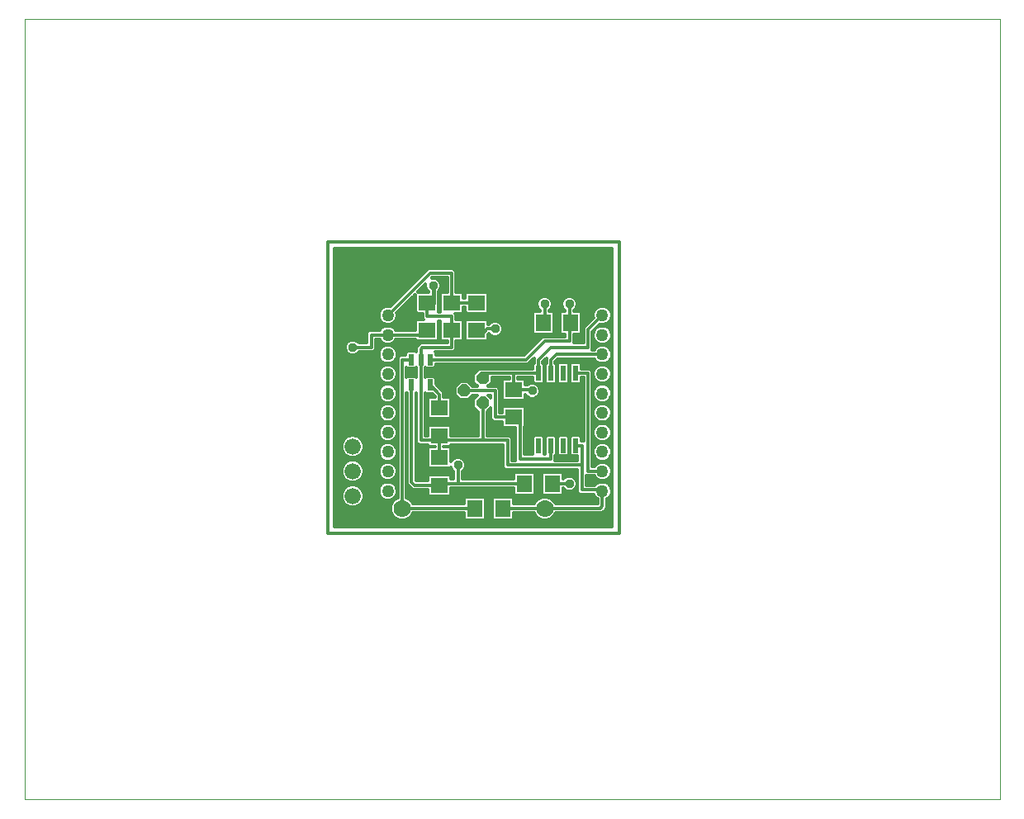
<source format=gtl>
G75*
%MOIN*%
%OFA0B0*%
%FSLAX24Y24*%
%IPPOS*%
%LPD*%
%AMOC8*
5,1,8,0,0,1.08239X$1,22.5*
%
%ADD10C,0.0000*%
%ADD11C,0.0120*%
%ADD12C,0.0500*%
%ADD13R,0.0710X0.0630*%
%ADD14R,0.0217X0.0472*%
%ADD15R,0.0630X0.0710*%
%ADD16OC8,0.0500*%
%ADD17R,0.0210X0.0610*%
%ADD18C,0.0660*%
%ADD19C,0.0700*%
%ADD20C,0.0376*%
%ADD21C,0.0160*%
D10*
X000100Y000100D02*
X000100Y031596D01*
X039470Y031596D01*
X039470Y000100D01*
X000100Y000100D01*
D11*
X012350Y010850D02*
X024100Y010850D01*
X024100Y022600D01*
X012350Y022600D01*
X012350Y010850D01*
X012620Y011120D02*
X012620Y022330D01*
X023830Y022330D01*
X023830Y011120D01*
X012620Y011120D01*
X012620Y011121D02*
X023830Y011121D01*
X023830Y011239D02*
X012620Y011239D01*
X012620Y011358D02*
X023830Y011358D01*
X023830Y011476D02*
X021391Y011476D01*
X021366Y011452D02*
X021498Y011584D01*
X021534Y011670D01*
X023425Y011670D01*
X023505Y011751D01*
X023611Y011856D01*
X023611Y012231D01*
X023640Y012243D01*
X023744Y012347D01*
X023801Y012483D01*
X023801Y012630D01*
X023744Y012766D01*
X023640Y012870D01*
X023504Y012927D01*
X023357Y012927D01*
X023221Y012870D01*
X023131Y012780D01*
X022780Y012780D01*
X022780Y013170D01*
X023102Y013170D01*
X023117Y013135D01*
X022780Y013135D01*
X022780Y013017D02*
X023255Y013017D01*
X023221Y013030D02*
X023357Y012974D01*
X023504Y012974D01*
X023640Y013030D01*
X023744Y013135D01*
X023745Y013135D02*
X023830Y013135D01*
X023744Y013135D02*
X023801Y013270D01*
X023801Y013418D01*
X023744Y013554D01*
X023640Y013658D01*
X023504Y013714D01*
X023357Y013714D01*
X023221Y013658D01*
X023117Y013554D01*
X023107Y013530D01*
X023030Y013530D01*
X023030Y017385D01*
X022925Y017490D01*
X022575Y017490D01*
X022575Y017665D01*
X022505Y017735D01*
X022195Y017735D01*
X022125Y017665D01*
X022125Y016955D01*
X022195Y016885D01*
X022505Y016885D01*
X022575Y016955D01*
X022575Y017130D01*
X022670Y017130D01*
X022670Y014570D01*
X022575Y014570D01*
X022575Y014745D01*
X022505Y014815D01*
X022195Y014815D01*
X022125Y014745D01*
X022125Y014035D01*
X022195Y013965D01*
X022420Y013965D01*
X022420Y013780D01*
X021530Y013780D01*
X021530Y013990D01*
X021575Y014035D01*
X021575Y014745D01*
X021505Y014815D01*
X021195Y014815D01*
X021125Y014745D01*
X021125Y014035D01*
X021130Y014030D01*
X021070Y014030D01*
X021075Y014035D01*
X021075Y014745D01*
X021005Y014815D01*
X020695Y014815D01*
X020625Y014745D01*
X020625Y014035D01*
X020630Y014030D01*
X020280Y014030D01*
X020280Y015131D01*
X020325Y015175D01*
X020325Y015905D01*
X020255Y015975D01*
X019445Y015975D01*
X019375Y015905D01*
X019375Y015720D01*
X019280Y015720D01*
X019280Y016675D01*
X019175Y016780D01*
X018803Y016780D01*
X018970Y016947D01*
X018970Y017130D01*
X019670Y017130D01*
X019670Y017095D01*
X019445Y017095D01*
X019375Y017025D01*
X019375Y016295D01*
X019445Y016225D01*
X020255Y016225D01*
X020325Y016295D01*
X020325Y016459D01*
X020339Y016425D01*
X020425Y016339D01*
X020539Y016292D01*
X020661Y016292D01*
X020775Y016339D01*
X020861Y016425D01*
X020908Y016539D01*
X020908Y016661D01*
X020861Y016775D01*
X020775Y016861D01*
X020717Y016885D01*
X021005Y016885D01*
X021075Y016955D01*
X021075Y017665D01*
X021030Y017710D01*
X021030Y017775D01*
X021170Y017915D01*
X021170Y017710D01*
X021125Y017665D01*
X021125Y016955D01*
X021195Y016885D01*
X021505Y016885D01*
X021575Y016955D01*
X021575Y017665D01*
X021530Y017710D01*
X021530Y017775D01*
X021643Y017889D01*
X023105Y017889D01*
X023117Y017859D01*
X023221Y017755D01*
X023357Y017699D01*
X023504Y017699D01*
X023640Y017755D01*
X023744Y017859D01*
X023801Y017995D01*
X023801Y018142D01*
X023744Y018278D01*
X023640Y018382D01*
X023504Y018439D01*
X023357Y018439D01*
X023221Y018382D01*
X023117Y018278D01*
X023105Y018249D01*
X023003Y018249D01*
X023030Y018275D01*
X023030Y018988D01*
X023328Y019286D01*
X023357Y019273D01*
X023504Y019273D01*
X023640Y019330D01*
X023744Y019434D01*
X023801Y019570D01*
X023801Y019717D01*
X023744Y019853D01*
X023640Y019957D01*
X023504Y020013D01*
X023357Y020013D01*
X023221Y019957D01*
X023117Y019853D01*
X023061Y019717D01*
X023061Y019570D01*
X023073Y019540D01*
X022775Y019243D01*
X022670Y019137D01*
X022670Y018530D01*
X022280Y018530D01*
X022280Y018875D01*
X022525Y018875D01*
X022595Y018945D01*
X022595Y019755D01*
X022525Y019825D01*
X022280Y019825D01*
X022280Y019844D01*
X022361Y019925D01*
X022408Y020039D01*
X022408Y020161D01*
X022361Y020275D01*
X022275Y020361D01*
X022161Y020408D01*
X022039Y020408D01*
X021925Y020361D01*
X021839Y020275D01*
X021792Y020161D01*
X021792Y020039D01*
X021839Y019925D01*
X021920Y019844D01*
X021920Y019825D01*
X021795Y019825D01*
X021725Y019755D01*
X021725Y018945D01*
X021795Y018875D01*
X021920Y018875D01*
X021920Y018780D01*
X021025Y018780D01*
X020287Y018042D01*
X016702Y018042D01*
X016702Y018148D01*
X016680Y018170D01*
X017425Y018170D01*
X017530Y018275D01*
X017530Y018605D01*
X017755Y018605D01*
X017825Y018675D01*
X017825Y019405D01*
X017755Y019475D01*
X017530Y019475D01*
X017530Y019675D01*
X017480Y019725D01*
X017755Y019725D01*
X017825Y019795D01*
X017825Y019980D01*
X017875Y019980D01*
X017875Y019795D01*
X017945Y019725D01*
X018755Y019725D01*
X018825Y019795D01*
X018825Y020525D01*
X018755Y020595D01*
X017945Y020595D01*
X017875Y020525D01*
X017875Y020340D01*
X017825Y020340D01*
X017825Y020525D01*
X017755Y020595D01*
X017530Y020595D01*
X017530Y021425D01*
X017425Y021530D01*
X016401Y021530D01*
X016296Y021425D01*
X014872Y020001D01*
X014843Y020013D01*
X014696Y020013D01*
X014560Y019957D01*
X014456Y019853D01*
X014399Y019717D01*
X014399Y019570D01*
X014456Y019434D01*
X014560Y019330D01*
X014696Y019273D01*
X014843Y019273D01*
X014979Y019330D01*
X015083Y019434D01*
X015139Y019570D01*
X015139Y019717D01*
X015127Y019746D01*
X015875Y020495D01*
X015875Y019795D01*
X015945Y019725D01*
X016170Y019725D01*
X016170Y019525D01*
X016220Y019475D01*
X015945Y019475D01*
X015875Y019405D01*
X015875Y019030D01*
X015098Y019030D01*
X015083Y019065D01*
X014979Y019170D01*
X014843Y019226D01*
X014696Y019226D01*
X014560Y019170D01*
X014456Y019065D01*
X014443Y019036D01*
X014025Y019036D01*
X013920Y018930D01*
X013920Y018530D01*
X013606Y018530D01*
X013525Y018611D01*
X013411Y018658D01*
X013289Y018658D01*
X013175Y018611D01*
X013089Y018525D01*
X013042Y018411D01*
X013042Y018289D01*
X013089Y018175D01*
X013175Y018089D01*
X013289Y018042D01*
X013411Y018042D01*
X013525Y018089D01*
X013606Y018170D01*
X014175Y018170D01*
X014280Y018275D01*
X014280Y018676D01*
X014443Y018676D01*
X014456Y018646D01*
X014560Y018542D01*
X014696Y018486D01*
X014843Y018486D01*
X014979Y018542D01*
X015083Y018646D01*
X015092Y018668D01*
X015096Y018668D01*
X015097Y018670D01*
X015881Y018670D01*
X015945Y018605D01*
X016755Y018605D01*
X016825Y018675D01*
X016825Y019405D01*
X016810Y019420D01*
X016890Y019420D01*
X016875Y019405D01*
X016875Y018675D01*
X016945Y018605D01*
X017170Y018605D01*
X017170Y018530D01*
X016085Y018530D01*
X015980Y018425D01*
X015920Y018365D01*
X015920Y018196D01*
X015913Y018189D01*
X015884Y018218D01*
X015568Y018218D01*
X015498Y018148D01*
X015498Y018042D01*
X015275Y018042D01*
X015170Y017936D01*
X015170Y012284D01*
X015084Y012248D01*
X014952Y012116D01*
X014880Y011943D01*
X014880Y011757D01*
X014952Y011584D01*
X015084Y011452D01*
X015257Y011380D01*
X015443Y011380D01*
X015616Y011452D01*
X015748Y011584D01*
X015784Y011670D01*
X017855Y011670D01*
X017855Y011445D01*
X017925Y011375D01*
X018655Y011375D01*
X018725Y011445D01*
X018725Y012255D01*
X018655Y012325D01*
X017925Y012325D01*
X017855Y012255D01*
X017855Y012030D01*
X015784Y012030D01*
X015748Y012116D01*
X015616Y012248D01*
X015530Y012284D01*
X015530Y016520D01*
X015546Y016504D01*
X015546Y012840D01*
X015651Y012734D01*
X015651Y012734D01*
X015670Y012716D01*
X015775Y012610D01*
X016375Y012610D01*
X016375Y012425D01*
X016445Y012355D01*
X017255Y012355D01*
X017325Y012425D01*
X017325Y012670D01*
X019855Y012670D01*
X019855Y012445D01*
X019925Y012375D01*
X020655Y012375D01*
X020725Y012445D01*
X020725Y013255D01*
X020655Y013325D01*
X019925Y013325D01*
X019855Y013255D01*
X019855Y013030D01*
X017780Y013030D01*
X017780Y013344D01*
X017861Y013425D01*
X017908Y013539D01*
X017908Y013661D01*
X017861Y013775D01*
X017775Y013861D01*
X017661Y013908D01*
X017539Y013908D01*
X017425Y013861D01*
X017339Y013775D01*
X017325Y013741D01*
X017325Y014275D01*
X017255Y014345D01*
X017030Y014345D01*
X017030Y014355D01*
X017255Y014355D01*
X017319Y014420D01*
X019420Y014420D01*
X019420Y013525D01*
X019525Y013420D01*
X022420Y013420D01*
X022420Y012525D01*
X022525Y012420D01*
X023087Y012420D01*
X023117Y012347D01*
X023221Y012243D01*
X023251Y012231D01*
X023251Y012030D01*
X021534Y012030D01*
X021498Y012116D01*
X021366Y012248D01*
X021193Y012320D01*
X021007Y012320D01*
X020834Y012248D01*
X020702Y012116D01*
X020666Y012030D01*
X019845Y012030D01*
X019845Y012255D01*
X019775Y012325D01*
X019045Y012325D01*
X018975Y012255D01*
X018975Y011445D01*
X019045Y011375D01*
X019775Y011375D01*
X019845Y011445D01*
X019845Y011670D01*
X020666Y011670D01*
X020702Y011584D01*
X020834Y011452D01*
X021007Y011380D01*
X021193Y011380D01*
X021366Y011452D01*
X021503Y011595D02*
X023830Y011595D01*
X023830Y011713D02*
X023468Y011713D01*
X023586Y011832D02*
X023830Y011832D01*
X023830Y011950D02*
X023611Y011950D01*
X023611Y012069D02*
X023830Y012069D01*
X023830Y012187D02*
X023611Y012187D01*
X023703Y012306D02*
X023830Y012306D01*
X023830Y012424D02*
X023776Y012424D01*
X023801Y012543D02*
X023830Y012543D01*
X023830Y012661D02*
X023788Y012661D01*
X023830Y012780D02*
X023731Y012780D01*
X023830Y012898D02*
X023574Y012898D01*
X023607Y013017D02*
X023830Y013017D01*
X023830Y013254D02*
X023794Y013254D01*
X023801Y013372D02*
X023830Y013372D01*
X023830Y013491D02*
X023771Y013491D01*
X023830Y013609D02*
X023689Y013609D01*
X023830Y013728D02*
X023030Y013728D01*
X023030Y013846D02*
X023193Y013846D01*
X023221Y013818D02*
X023357Y013761D01*
X023504Y013761D01*
X023640Y013818D01*
X023744Y013922D01*
X023801Y014058D01*
X023801Y014205D01*
X023744Y014341D01*
X023640Y014445D01*
X023504Y014501D01*
X023357Y014501D01*
X023221Y014445D01*
X023117Y014341D01*
X023061Y014205D01*
X023061Y014058D01*
X023117Y013922D01*
X023221Y013818D01*
X023099Y013965D02*
X023030Y013965D01*
X023030Y014083D02*
X023061Y014083D01*
X023061Y014202D02*
X023030Y014202D01*
X023030Y014320D02*
X023108Y014320D01*
X023030Y014439D02*
X023214Y014439D01*
X023221Y014605D02*
X023357Y014549D01*
X023504Y014549D01*
X023640Y014605D01*
X023744Y014709D01*
X023801Y014845D01*
X023801Y014992D01*
X023744Y015128D01*
X023640Y015233D01*
X023504Y015289D01*
X023357Y015289D01*
X023221Y015233D01*
X023117Y015128D01*
X023061Y014992D01*
X023061Y014845D01*
X023117Y014709D01*
X023221Y014605D01*
X023151Y014676D02*
X023030Y014676D01*
X023030Y014794D02*
X023082Y014794D01*
X023061Y014913D02*
X023030Y014913D01*
X023030Y015031D02*
X023077Y015031D01*
X023030Y015150D02*
X023138Y015150D01*
X023030Y015268D02*
X023307Y015268D01*
X023357Y015336D02*
X023221Y015393D01*
X023117Y015497D01*
X023061Y015633D01*
X023061Y015780D01*
X023117Y015916D01*
X023221Y016020D01*
X023357Y016076D01*
X023504Y016076D01*
X023640Y016020D01*
X023744Y015916D01*
X023801Y015780D01*
X023801Y015633D01*
X023744Y015497D01*
X023640Y015393D01*
X023504Y015336D01*
X023357Y015336D01*
X023236Y015387D02*
X023030Y015387D01*
X023030Y015505D02*
X023114Y015505D01*
X023065Y015624D02*
X023030Y015624D01*
X023030Y015742D02*
X023061Y015742D01*
X023030Y015861D02*
X023094Y015861D01*
X023030Y015979D02*
X023180Y015979D01*
X023030Y016098D02*
X023830Y016098D01*
X023830Y016216D02*
X023676Y016216D01*
X023640Y016180D02*
X023744Y016284D01*
X023801Y016420D01*
X023801Y016567D01*
X023744Y016703D01*
X023640Y016807D01*
X023504Y016864D01*
X023357Y016864D01*
X023221Y016807D01*
X023117Y016703D01*
X023061Y016567D01*
X023061Y016420D01*
X023117Y016284D01*
X023221Y016180D01*
X023357Y016124D01*
X023504Y016124D01*
X023640Y016180D01*
X023765Y016335D02*
X023830Y016335D01*
X023830Y016453D02*
X023801Y016453D01*
X023799Y016572D02*
X023830Y016572D01*
X023830Y016690D02*
X023750Y016690D01*
X023830Y016809D02*
X023637Y016809D01*
X023543Y016927D02*
X023830Y016927D01*
X023830Y017046D02*
X023718Y017046D01*
X023744Y017072D02*
X023640Y016967D01*
X023504Y016911D01*
X023357Y016911D01*
X023221Y016967D01*
X023117Y017072D01*
X023061Y017208D01*
X023061Y017355D01*
X023117Y017491D01*
X023221Y017595D01*
X023357Y017651D01*
X023504Y017651D01*
X023640Y017595D01*
X023744Y017491D01*
X023801Y017355D01*
X023801Y017208D01*
X023744Y017072D01*
X023783Y017164D02*
X023830Y017164D01*
X023830Y017283D02*
X023801Y017283D01*
X023782Y017401D02*
X023830Y017401D01*
X023830Y017520D02*
X023716Y017520D01*
X023830Y017638D02*
X023536Y017638D01*
X023642Y017757D02*
X023830Y017757D01*
X023830Y017875D02*
X023751Y017875D01*
X023800Y017994D02*
X023830Y017994D01*
X023830Y018112D02*
X023801Y018112D01*
X023830Y018231D02*
X023764Y018231D01*
X023830Y018349D02*
X023673Y018349D01*
X023640Y018542D02*
X023744Y018646D01*
X023801Y018782D01*
X023801Y018930D01*
X023744Y019065D01*
X023640Y019170D01*
X023504Y019226D01*
X023357Y019226D01*
X023221Y019170D01*
X023117Y019065D01*
X023061Y018930D01*
X023061Y018782D01*
X023117Y018646D01*
X023221Y018542D01*
X023357Y018486D01*
X023504Y018486D01*
X023640Y018542D01*
X023684Y018586D02*
X023830Y018586D01*
X023830Y018468D02*
X023030Y018468D01*
X023030Y018586D02*
X023177Y018586D01*
X023093Y018705D02*
X023030Y018705D01*
X023030Y018823D02*
X023061Y018823D01*
X023066Y018942D02*
X023030Y018942D01*
X023102Y019060D02*
X023115Y019060D01*
X023220Y019179D02*
X023243Y019179D01*
X023562Y019297D02*
X023830Y019297D01*
X023830Y019179D02*
X023619Y019179D01*
X023747Y019060D02*
X023830Y019060D01*
X023830Y018942D02*
X023796Y018942D01*
X023801Y018823D02*
X023830Y018823D01*
X023830Y018705D02*
X023768Y018705D01*
X023188Y018349D02*
X023030Y018349D01*
X022850Y018350D02*
X021350Y018350D01*
X020850Y017850D01*
X020850Y017310D01*
X018600Y017310D01*
X018600Y017100D01*
X018810Y017310D02*
X019850Y017310D01*
X019850Y016660D01*
X020600Y016660D01*
X020600Y016600D01*
X020827Y016809D02*
X022670Y016809D01*
X022670Y016927D02*
X022547Y016927D01*
X022575Y017046D02*
X022670Y017046D01*
X022850Y017310D02*
X022350Y017310D01*
X022125Y017283D02*
X022075Y017283D01*
X022075Y017401D02*
X022125Y017401D01*
X022125Y017520D02*
X022075Y017520D01*
X022075Y017638D02*
X022125Y017638D01*
X022075Y017665D02*
X022005Y017735D01*
X021695Y017735D01*
X021625Y017665D01*
X021625Y016955D01*
X021695Y016885D01*
X022005Y016885D01*
X022075Y016955D01*
X022075Y017665D01*
X021625Y017638D02*
X021575Y017638D01*
X021575Y017520D02*
X021625Y017520D01*
X021625Y017401D02*
X021575Y017401D01*
X021575Y017283D02*
X021625Y017283D01*
X021625Y017164D02*
X021575Y017164D01*
X021575Y017046D02*
X021625Y017046D01*
X021653Y016927D02*
X021547Y016927D01*
X021153Y016927D02*
X021047Y016927D01*
X021075Y017046D02*
X021125Y017046D01*
X021125Y017164D02*
X021075Y017164D01*
X021075Y017283D02*
X021125Y017283D01*
X021125Y017401D02*
X021075Y017401D01*
X021075Y017520D02*
X021125Y017520D01*
X021125Y017638D02*
X021075Y017638D01*
X021030Y017757D02*
X021170Y017757D01*
X021170Y017875D02*
X021130Y017875D01*
X021350Y017850D02*
X021569Y018069D01*
X023431Y018069D01*
X023431Y018100D01*
X023110Y017875D02*
X021630Y017875D01*
X021530Y017757D02*
X023219Y017757D01*
X023326Y017638D02*
X022575Y017638D01*
X022575Y017520D02*
X023146Y017520D01*
X023080Y017401D02*
X023014Y017401D01*
X023030Y017283D02*
X023061Y017283D01*
X023079Y017164D02*
X023030Y017164D01*
X023030Y017046D02*
X023143Y017046D01*
X023030Y016927D02*
X023319Y016927D01*
X023224Y016809D02*
X023030Y016809D01*
X023030Y016690D02*
X023112Y016690D01*
X023062Y016572D02*
X023030Y016572D01*
X023030Y016453D02*
X023061Y016453D01*
X023030Y016335D02*
X023096Y016335D01*
X023030Y016216D02*
X023185Y016216D01*
X022670Y016216D02*
X019280Y016216D01*
X019280Y016098D02*
X022670Y016098D01*
X022670Y015979D02*
X019280Y015979D01*
X019280Y015861D02*
X019375Y015861D01*
X019375Y015742D02*
X019280Y015742D01*
X019100Y015540D02*
X019850Y015540D01*
X020100Y015540D01*
X020100Y013850D01*
X021350Y013850D01*
X021350Y014390D01*
X021575Y014439D02*
X021625Y014439D01*
X021625Y014557D02*
X021575Y014557D01*
X021575Y014676D02*
X021625Y014676D01*
X021625Y014745D02*
X021625Y014035D01*
X021695Y013965D01*
X022005Y013965D01*
X022075Y014035D01*
X022075Y014745D01*
X022005Y014815D01*
X021695Y014815D01*
X021625Y014745D01*
X021674Y014794D02*
X021526Y014794D01*
X021174Y014794D02*
X021026Y014794D01*
X021075Y014676D02*
X021125Y014676D01*
X021125Y014557D02*
X021075Y014557D01*
X021075Y014439D02*
X021125Y014439D01*
X021125Y014320D02*
X021075Y014320D01*
X021075Y014202D02*
X021125Y014202D01*
X021125Y014083D02*
X021075Y014083D01*
X020625Y014083D02*
X020280Y014083D01*
X020280Y014202D02*
X020625Y014202D01*
X020625Y014320D02*
X020280Y014320D01*
X020280Y014439D02*
X020625Y014439D01*
X020625Y014557D02*
X020280Y014557D01*
X020280Y014676D02*
X020625Y014676D01*
X020674Y014794D02*
X020280Y014794D01*
X020280Y014913D02*
X022670Y014913D01*
X022670Y015031D02*
X020280Y015031D01*
X020299Y015150D02*
X022670Y015150D01*
X022670Y015268D02*
X020325Y015268D01*
X020325Y015387D02*
X022670Y015387D01*
X022670Y015505D02*
X020325Y015505D01*
X020325Y015624D02*
X022670Y015624D01*
X022670Y015742D02*
X020325Y015742D01*
X020325Y015861D02*
X022670Y015861D01*
X022670Y016335D02*
X020764Y016335D01*
X020873Y016453D02*
X022670Y016453D01*
X022670Y016572D02*
X020908Y016572D01*
X020896Y016690D02*
X022670Y016690D01*
X022153Y016927D02*
X022047Y016927D01*
X022075Y017046D02*
X022125Y017046D01*
X022125Y017164D02*
X022075Y017164D01*
X021350Y017310D02*
X021350Y017850D01*
X020670Y017875D02*
X020630Y017875D01*
X020670Y017915D02*
X020670Y017710D01*
X020625Y017665D01*
X020625Y017490D01*
X018525Y017490D01*
X018505Y017470D01*
X018447Y017470D01*
X018230Y017253D01*
X018230Y016947D01*
X018397Y016780D01*
X018193Y016780D01*
X018003Y016970D01*
X017697Y016970D01*
X017480Y016753D01*
X017480Y016447D01*
X017697Y016230D01*
X018003Y016230D01*
X018193Y016420D01*
X018397Y016420D01*
X018230Y016253D01*
X018230Y015947D01*
X018420Y015757D01*
X018420Y014780D01*
X017325Y014780D01*
X017325Y015155D01*
X017255Y015225D01*
X016445Y015225D01*
X016375Y015155D01*
X016375Y014780D01*
X016280Y014780D01*
X016280Y016518D01*
X016316Y016482D01*
X016576Y016482D01*
X016670Y016388D01*
X016670Y016345D01*
X016445Y016345D01*
X016375Y016275D01*
X016375Y015545D01*
X016445Y015475D01*
X017255Y015475D01*
X017325Y015545D01*
X017325Y016275D01*
X017255Y016345D01*
X017030Y016345D01*
X017030Y016537D01*
X016925Y016642D01*
X016702Y016864D01*
X016702Y017124D01*
X016632Y017194D01*
X016316Y017194D01*
X016280Y017158D01*
X016280Y017528D01*
X016287Y017535D01*
X016316Y017506D01*
X016632Y017506D01*
X016702Y017576D01*
X016702Y017682D01*
X020264Y017682D01*
X020275Y017670D01*
X020425Y017670D01*
X020530Y017775D01*
X020670Y017915D01*
X020670Y017757D02*
X020511Y017757D01*
X020625Y017638D02*
X016702Y017638D01*
X016646Y017520D02*
X020625Y017520D01*
X020625Y017130D02*
X020625Y016955D01*
X020680Y016900D01*
X020661Y016908D01*
X020539Y016908D01*
X020425Y016861D01*
X020404Y016840D01*
X020325Y016840D01*
X020325Y017025D01*
X020255Y017095D01*
X020030Y017095D01*
X020030Y017130D01*
X020625Y017130D01*
X020625Y017046D02*
X020304Y017046D01*
X020325Y016927D02*
X020653Y016927D01*
X020327Y016453D02*
X020325Y016453D01*
X020325Y016335D02*
X020436Y016335D01*
X019396Y017046D02*
X018970Y017046D01*
X018950Y016927D02*
X019375Y016927D01*
X019375Y016809D02*
X018832Y016809D01*
X019100Y016600D02*
X019100Y015540D01*
X018920Y015505D02*
X018780Y015505D01*
X018780Y015387D02*
X018999Y015387D01*
X019025Y015360D02*
X019375Y015360D01*
X019375Y015175D01*
X019445Y015105D01*
X019920Y015105D01*
X019920Y013780D01*
X019780Y013780D01*
X019780Y014675D01*
X019675Y014780D01*
X018780Y014780D01*
X018780Y015757D01*
X018920Y015897D01*
X018920Y015466D01*
X019025Y015360D01*
X018780Y015268D02*
X019375Y015268D01*
X019401Y015150D02*
X018780Y015150D01*
X018780Y015031D02*
X019920Y015031D01*
X019920Y014913D02*
X018780Y014913D01*
X018780Y014794D02*
X019920Y014794D01*
X019920Y014676D02*
X019779Y014676D01*
X019780Y014557D02*
X019920Y014557D01*
X019920Y014439D02*
X019780Y014439D01*
X019780Y014320D02*
X019920Y014320D01*
X019920Y014202D02*
X019780Y014202D01*
X019780Y014083D02*
X019920Y014083D01*
X019920Y013965D02*
X019780Y013965D01*
X019780Y013846D02*
X019920Y013846D01*
X019600Y013600D02*
X022600Y013600D01*
X022600Y012600D01*
X023431Y012600D01*
X023431Y012557D01*
X023431Y011931D01*
X023350Y011850D01*
X021100Y011850D01*
X019410Y011850D01*
X019845Y012069D02*
X020682Y012069D01*
X020772Y012187D02*
X019845Y012187D01*
X019794Y012306D02*
X020972Y012306D01*
X021045Y012375D02*
X021775Y012375D01*
X021845Y012445D01*
X021845Y012669D01*
X021925Y012589D01*
X022039Y012542D01*
X022161Y012542D01*
X022275Y012589D01*
X022361Y012675D01*
X022408Y012789D01*
X022408Y012911D01*
X022361Y013025D01*
X022275Y013111D01*
X022161Y013158D01*
X022039Y013158D01*
X021925Y013111D01*
X021845Y013031D01*
X021845Y013255D01*
X021775Y013325D01*
X021045Y013325D01*
X020975Y013255D01*
X020975Y012445D01*
X021045Y012375D01*
X020996Y012424D02*
X020704Y012424D01*
X020725Y012543D02*
X020975Y012543D01*
X020975Y012661D02*
X020725Y012661D01*
X020725Y012780D02*
X020975Y012780D01*
X020975Y012898D02*
X020725Y012898D01*
X020725Y013017D02*
X020975Y013017D01*
X020975Y013135D02*
X020725Y013135D01*
X020725Y013254D02*
X020975Y013254D01*
X021410Y012850D02*
X022100Y012850D01*
X021983Y013135D02*
X021845Y013135D01*
X021845Y013254D02*
X022420Y013254D01*
X022420Y013372D02*
X017808Y013372D01*
X017780Y013254D02*
X019855Y013254D01*
X019855Y013135D02*
X017780Y013135D01*
X017600Y012850D02*
X017600Y013600D01*
X017908Y013609D02*
X019420Y013609D01*
X019420Y013728D02*
X017881Y013728D01*
X017790Y013846D02*
X019420Y013846D01*
X019420Y013965D02*
X017325Y013965D01*
X017325Y014083D02*
X019420Y014083D01*
X019420Y014202D02*
X017325Y014202D01*
X017279Y014320D02*
X019420Y014320D01*
X019600Y014600D02*
X019600Y013600D01*
X019455Y013491D02*
X017888Y013491D01*
X017420Y013344D02*
X017420Y013030D01*
X017325Y013030D01*
X017325Y013155D01*
X017255Y013225D01*
X016445Y013225D01*
X016375Y013155D01*
X016375Y012970D01*
X015925Y012970D01*
X015906Y012989D01*
X015906Y016504D01*
X015920Y016518D01*
X015920Y014525D01*
X016025Y014420D01*
X016381Y014420D01*
X016445Y014355D01*
X016670Y014355D01*
X016670Y014345D01*
X016445Y014345D01*
X016375Y014275D01*
X016375Y013545D01*
X016445Y013475D01*
X017255Y013475D01*
X017300Y013520D01*
X017339Y013425D01*
X017420Y013344D01*
X017392Y013372D02*
X015906Y013372D01*
X015906Y013254D02*
X017420Y013254D01*
X017420Y013135D02*
X017325Y013135D01*
X017312Y013491D02*
X017270Y013491D01*
X017325Y013846D02*
X017410Y013846D01*
X016850Y013910D02*
X016850Y014600D01*
X016100Y014600D01*
X016100Y017862D01*
X016100Y018290D01*
X016160Y018350D01*
X017350Y018350D01*
X017350Y019040D01*
X017350Y019600D01*
X016350Y019600D01*
X016350Y020160D01*
X016400Y020595D02*
X015975Y020595D01*
X016292Y020911D01*
X016292Y020789D01*
X016339Y020675D01*
X016400Y020614D01*
X016400Y020595D01*
X016400Y020601D02*
X015981Y020601D01*
X015875Y020482D02*
X015863Y020482D01*
X015875Y020364D02*
X015744Y020364D01*
X015626Y020245D02*
X015875Y020245D01*
X015875Y020127D02*
X015507Y020127D01*
X015389Y020008D02*
X015875Y020008D01*
X015875Y019890D02*
X015270Y019890D01*
X015152Y019771D02*
X015899Y019771D01*
X016170Y019653D02*
X015139Y019653D01*
X015125Y019534D02*
X016170Y019534D01*
X015886Y019416D02*
X015065Y019416D01*
X014900Y019297D02*
X015875Y019297D01*
X015875Y019179D02*
X014957Y019179D01*
X015085Y019060D02*
X015875Y019060D01*
X016350Y019040D02*
X016350Y018850D01*
X015025Y018850D01*
X014769Y018856D01*
X014100Y018856D01*
X014100Y018350D01*
X013350Y018350D01*
X013065Y018468D02*
X012620Y018468D01*
X012620Y018586D02*
X013150Y018586D01*
X013042Y018349D02*
X012620Y018349D01*
X012620Y018231D02*
X013066Y018231D01*
X013152Y018112D02*
X012620Y018112D01*
X012620Y017994D02*
X014400Y017994D01*
X014399Y017995D02*
X014456Y017859D01*
X014560Y017755D01*
X014696Y017699D01*
X014843Y017699D01*
X014979Y017755D01*
X015083Y017859D01*
X015139Y017995D01*
X015139Y018142D01*
X015083Y018278D01*
X014979Y018382D01*
X014843Y018439D01*
X014696Y018439D01*
X014560Y018382D01*
X014456Y018278D01*
X014399Y018142D01*
X014399Y017995D01*
X014399Y018112D02*
X013548Y018112D01*
X013550Y018586D02*
X013920Y018586D01*
X013920Y018705D02*
X012620Y018705D01*
X012620Y018823D02*
X013920Y018823D01*
X013931Y018942D02*
X012620Y018942D01*
X012620Y019060D02*
X014453Y019060D01*
X014581Y019179D02*
X012620Y019179D01*
X012620Y019297D02*
X014638Y019297D01*
X014474Y019416D02*
X012620Y019416D01*
X012620Y019534D02*
X014414Y019534D01*
X014399Y019653D02*
X012620Y019653D01*
X012620Y019771D02*
X014422Y019771D01*
X014492Y019890D02*
X012620Y019890D01*
X012620Y020008D02*
X014683Y020008D01*
X014856Y020008D02*
X014879Y020008D01*
X014998Y020127D02*
X012620Y020127D01*
X012620Y020245D02*
X015116Y020245D01*
X015235Y020364D02*
X012620Y020364D01*
X012620Y020482D02*
X015353Y020482D01*
X015472Y020601D02*
X012620Y020601D01*
X012620Y020719D02*
X015590Y020719D01*
X015709Y020838D02*
X012620Y020838D01*
X012620Y020956D02*
X015827Y020956D01*
X015946Y021075D02*
X012620Y021075D01*
X012620Y021193D02*
X016064Y021193D01*
X016183Y021312D02*
X012620Y021312D01*
X012620Y021430D02*
X016301Y021430D01*
X016476Y021350D02*
X017350Y021350D01*
X017350Y020100D01*
X017350Y020160D02*
X018350Y020160D01*
X018825Y020127D02*
X020792Y020127D01*
X020792Y020161D02*
X020792Y020039D01*
X020839Y019925D01*
X020920Y019844D01*
X020920Y019825D01*
X020675Y019825D01*
X020605Y019755D01*
X020605Y018945D01*
X020675Y018875D01*
X021405Y018875D01*
X021475Y018945D01*
X021475Y019755D01*
X021405Y019825D01*
X021280Y019825D01*
X021280Y019844D01*
X021361Y019925D01*
X021408Y020039D01*
X021408Y020161D01*
X021361Y020275D01*
X021275Y020361D01*
X021161Y020408D01*
X021039Y020408D01*
X020925Y020361D01*
X020839Y020275D01*
X020792Y020161D01*
X020827Y020245D02*
X018825Y020245D01*
X018825Y020364D02*
X020931Y020364D01*
X021100Y020100D02*
X021100Y019410D01*
X021040Y019350D01*
X020605Y019297D02*
X019339Y019297D01*
X019361Y019275D02*
X019275Y019361D01*
X019161Y019408D01*
X019039Y019408D01*
X018925Y019361D01*
X018844Y019280D01*
X018825Y019280D01*
X018825Y019405D01*
X018755Y019475D01*
X017945Y019475D01*
X017875Y019405D01*
X017875Y018675D01*
X017945Y018605D01*
X018755Y018605D01*
X018825Y018675D01*
X018825Y018880D01*
X018854Y018910D01*
X018925Y018839D01*
X019039Y018792D01*
X019161Y018792D01*
X019275Y018839D01*
X019361Y018925D01*
X019408Y019039D01*
X019408Y019161D01*
X019361Y019275D01*
X019401Y019179D02*
X020605Y019179D01*
X020605Y019060D02*
X019408Y019060D01*
X019368Y018942D02*
X020609Y018942D01*
X020950Y018705D02*
X018825Y018705D01*
X018825Y018823D02*
X018964Y018823D01*
X019236Y018823D02*
X021920Y018823D01*
X021729Y018942D02*
X021471Y018942D01*
X021475Y019060D02*
X021725Y019060D01*
X021725Y019179D02*
X021475Y019179D01*
X021475Y019297D02*
X021725Y019297D01*
X021725Y019416D02*
X021475Y019416D01*
X021475Y019534D02*
X021725Y019534D01*
X021725Y019653D02*
X021475Y019653D01*
X021459Y019771D02*
X021741Y019771D01*
X021875Y019890D02*
X021325Y019890D01*
X021395Y020008D02*
X021805Y020008D01*
X021792Y020127D02*
X021408Y020127D01*
X021373Y020245D02*
X021827Y020245D01*
X021931Y020364D02*
X021269Y020364D01*
X020805Y020008D02*
X018825Y020008D01*
X018825Y019890D02*
X020875Y019890D01*
X020622Y019771D02*
X018801Y019771D01*
X018814Y019416D02*
X020605Y019416D01*
X020605Y019534D02*
X017530Y019534D01*
X017530Y019653D02*
X020605Y019653D01*
X022100Y019540D02*
X022100Y018600D01*
X021100Y018600D01*
X020350Y017850D01*
X020338Y017862D01*
X016474Y017862D01*
X016702Y018112D02*
X020357Y018112D01*
X020476Y018231D02*
X017485Y018231D01*
X017530Y018349D02*
X020594Y018349D01*
X020713Y018468D02*
X017530Y018468D01*
X017530Y018586D02*
X020831Y018586D01*
X022100Y019410D02*
X022100Y020100D01*
X022325Y019890D02*
X023154Y019890D01*
X023083Y019771D02*
X022578Y019771D01*
X022595Y019653D02*
X023061Y019653D01*
X023067Y019534D02*
X022595Y019534D01*
X022595Y019416D02*
X022948Y019416D01*
X022830Y019297D02*
X022595Y019297D01*
X022595Y019179D02*
X022711Y019179D01*
X022670Y019060D02*
X022595Y019060D01*
X022591Y018942D02*
X022670Y018942D01*
X022670Y018823D02*
X022280Y018823D01*
X022280Y018705D02*
X022670Y018705D01*
X022670Y018586D02*
X022280Y018586D01*
X022850Y018350D02*
X022850Y019063D01*
X023431Y019643D01*
X023801Y019653D02*
X023830Y019653D01*
X023830Y019771D02*
X023778Y019771D01*
X023830Y019890D02*
X023708Y019890D01*
X023830Y020008D02*
X023517Y020008D01*
X023344Y020008D02*
X022395Y020008D01*
X022408Y020127D02*
X023830Y020127D01*
X023830Y020245D02*
X022373Y020245D01*
X022269Y020364D02*
X023830Y020364D01*
X023830Y020482D02*
X018825Y020482D01*
X017875Y020482D02*
X017825Y020482D01*
X017825Y020364D02*
X017875Y020364D01*
X017530Y020601D02*
X023830Y020601D01*
X023830Y020719D02*
X017530Y020719D01*
X017530Y020838D02*
X023830Y020838D01*
X023830Y020956D02*
X017530Y020956D01*
X017530Y021075D02*
X023830Y021075D01*
X023830Y021193D02*
X017530Y021193D01*
X017530Y021312D02*
X023830Y021312D01*
X023830Y021430D02*
X017525Y021430D01*
X017170Y021170D02*
X017170Y020595D01*
X016945Y020595D01*
X016875Y020525D01*
X016875Y019795D01*
X016890Y019780D01*
X016810Y019780D01*
X016825Y019795D01*
X016825Y020525D01*
X016800Y020549D01*
X016800Y020614D01*
X016861Y020675D01*
X016908Y020789D01*
X016908Y020911D01*
X016861Y021025D01*
X016775Y021111D01*
X016661Y021158D01*
X016539Y021158D01*
X016539Y021158D01*
X016551Y021170D01*
X017170Y021170D01*
X017170Y021075D02*
X016811Y021075D01*
X016890Y020956D02*
X017170Y020956D01*
X017170Y020838D02*
X016908Y020838D01*
X016879Y020719D02*
X017170Y020719D01*
X017170Y020601D02*
X016800Y020601D01*
X016825Y020482D02*
X016875Y020482D01*
X016875Y020364D02*
X016825Y020364D01*
X016825Y020245D02*
X016875Y020245D01*
X016875Y020127D02*
X016825Y020127D01*
X016825Y020008D02*
X016875Y020008D01*
X016875Y019890D02*
X016825Y019890D01*
X016814Y019416D02*
X016886Y019416D01*
X016875Y019297D02*
X016825Y019297D01*
X016825Y019179D02*
X016875Y019179D01*
X016875Y019060D02*
X016825Y019060D01*
X016825Y018942D02*
X016875Y018942D01*
X016875Y018823D02*
X016825Y018823D01*
X016825Y018705D02*
X016875Y018705D01*
X017170Y018586D02*
X015023Y018586D01*
X015012Y018349D02*
X015920Y018349D01*
X015920Y018231D02*
X015103Y018231D01*
X015139Y018112D02*
X015498Y018112D01*
X015350Y017862D02*
X015726Y017862D01*
X015530Y017544D02*
X015568Y017506D01*
X015884Y017506D01*
X015913Y017535D01*
X015920Y017528D01*
X015920Y017158D01*
X015884Y017194D01*
X015568Y017194D01*
X015530Y017156D01*
X015530Y017544D01*
X015530Y017520D02*
X015554Y017520D01*
X015530Y017401D02*
X015920Y017401D01*
X015920Y017283D02*
X015530Y017283D01*
X015530Y017164D02*
X015538Y017164D01*
X015170Y017164D02*
X015121Y017164D01*
X015139Y017208D02*
X015083Y017072D01*
X014979Y016967D01*
X014843Y016911D01*
X014696Y016911D01*
X014560Y016967D01*
X014456Y017072D01*
X014399Y017208D01*
X014399Y017355D01*
X014456Y017491D01*
X014560Y017595D01*
X014696Y017651D01*
X014843Y017651D01*
X014979Y017595D01*
X015083Y017491D01*
X015139Y017355D01*
X015139Y017208D01*
X015139Y017283D02*
X015170Y017283D01*
X015170Y017401D02*
X015120Y017401D01*
X015170Y017520D02*
X015054Y017520D01*
X015170Y017638D02*
X014874Y017638D01*
X014981Y017757D02*
X015170Y017757D01*
X015170Y017875D02*
X015090Y017875D01*
X015139Y017994D02*
X015227Y017994D01*
X015350Y017862D02*
X015350Y011850D01*
X018290Y011850D01*
X018725Y011832D02*
X018975Y011832D01*
X018975Y011950D02*
X018725Y011950D01*
X018725Y012069D02*
X018975Y012069D01*
X018975Y012187D02*
X018725Y012187D01*
X018674Y012306D02*
X019026Y012306D01*
X018975Y011713D02*
X018725Y011713D01*
X018725Y011595D02*
X018975Y011595D01*
X018975Y011476D02*
X018725Y011476D01*
X017855Y011476D02*
X015641Y011476D01*
X015753Y011595D02*
X017855Y011595D01*
X017855Y012069D02*
X015768Y012069D01*
X015678Y012187D02*
X017855Y012187D01*
X017906Y012306D02*
X015530Y012306D01*
X015530Y012424D02*
X016377Y012424D01*
X016375Y012543D02*
X015530Y012543D01*
X015530Y012661D02*
X015725Y012661D01*
X015606Y012780D02*
X015530Y012780D01*
X015530Y012898D02*
X015546Y012898D01*
X015546Y013017D02*
X015530Y013017D01*
X015530Y013135D02*
X015546Y013135D01*
X015546Y013254D02*
X015530Y013254D01*
X015530Y013372D02*
X015546Y013372D01*
X015546Y013491D02*
X015530Y013491D01*
X015530Y013609D02*
X015546Y013609D01*
X015546Y013728D02*
X015530Y013728D01*
X015530Y013846D02*
X015546Y013846D01*
X015546Y013965D02*
X015530Y013965D01*
X015530Y014083D02*
X015546Y014083D01*
X015546Y014202D02*
X015530Y014202D01*
X015530Y014320D02*
X015546Y014320D01*
X015546Y014439D02*
X015530Y014439D01*
X015530Y014557D02*
X015546Y014557D01*
X015546Y014676D02*
X015530Y014676D01*
X015530Y014794D02*
X015546Y014794D01*
X015546Y014913D02*
X015530Y014913D01*
X015530Y015031D02*
X015546Y015031D01*
X015546Y015150D02*
X015530Y015150D01*
X015530Y015268D02*
X015546Y015268D01*
X015546Y015387D02*
X015530Y015387D01*
X015530Y015505D02*
X015546Y015505D01*
X015546Y015624D02*
X015530Y015624D01*
X015530Y015742D02*
X015546Y015742D01*
X015546Y015861D02*
X015530Y015861D01*
X015530Y015979D02*
X015546Y015979D01*
X015546Y016098D02*
X015530Y016098D01*
X015530Y016216D02*
X015546Y016216D01*
X015546Y016335D02*
X015530Y016335D01*
X015530Y016453D02*
X015546Y016453D01*
X015906Y016453D02*
X015920Y016453D01*
X015906Y016335D02*
X015920Y016335D01*
X015906Y016216D02*
X015920Y016216D01*
X015906Y016098D02*
X015920Y016098D01*
X015906Y015979D02*
X015920Y015979D01*
X015906Y015861D02*
X015920Y015861D01*
X015906Y015742D02*
X015920Y015742D01*
X015906Y015624D02*
X015920Y015624D01*
X015906Y015505D02*
X015920Y015505D01*
X015906Y015387D02*
X015920Y015387D01*
X015906Y015268D02*
X015920Y015268D01*
X015906Y015150D02*
X015920Y015150D01*
X015906Y015031D02*
X015920Y015031D01*
X015906Y014913D02*
X015920Y014913D01*
X015906Y014794D02*
X015920Y014794D01*
X015906Y014676D02*
X015920Y014676D01*
X015906Y014557D02*
X015920Y014557D01*
X015906Y014439D02*
X016007Y014439D01*
X015906Y014320D02*
X016421Y014320D01*
X016375Y014202D02*
X015906Y014202D01*
X015906Y014083D02*
X016375Y014083D01*
X016375Y013965D02*
X015906Y013965D01*
X015906Y013846D02*
X016375Y013846D01*
X016375Y013728D02*
X015906Y013728D01*
X015906Y013609D02*
X016375Y013609D01*
X016430Y013491D02*
X015906Y013491D01*
X015906Y013135D02*
X016375Y013135D01*
X016375Y013017D02*
X015906Y013017D01*
X015726Y012914D02*
X015850Y012790D01*
X016850Y012790D01*
X016910Y012850D01*
X017600Y012850D01*
X020290Y012850D01*
X019855Y012661D02*
X017325Y012661D01*
X017325Y012543D02*
X019855Y012543D01*
X019877Y012424D02*
X017323Y012424D01*
X015726Y012914D02*
X015726Y016838D01*
X015914Y017164D02*
X015920Y017164D01*
X015898Y017520D02*
X015920Y017520D01*
X016280Y017520D02*
X016302Y017520D01*
X016280Y017401D02*
X018378Y017401D01*
X018259Y017283D02*
X016280Y017283D01*
X016280Y017164D02*
X016286Y017164D01*
X016474Y016838D02*
X016850Y016462D01*
X016850Y015910D01*
X017325Y015861D02*
X018316Y015861D01*
X018230Y015979D02*
X017325Y015979D01*
X017325Y016098D02*
X018230Y016098D01*
X018230Y016216D02*
X017325Y016216D01*
X017265Y016335D02*
X017592Y016335D01*
X017480Y016453D02*
X017030Y016453D01*
X016995Y016572D02*
X017480Y016572D01*
X017480Y016690D02*
X016877Y016690D01*
X016758Y016809D02*
X017535Y016809D01*
X017654Y016927D02*
X016702Y016927D01*
X016702Y017046D02*
X018230Y017046D01*
X018230Y017164D02*
X016662Y017164D01*
X016605Y016453D02*
X016280Y016453D01*
X016280Y016335D02*
X016435Y016335D01*
X016375Y016216D02*
X016280Y016216D01*
X016280Y016098D02*
X016375Y016098D01*
X016375Y015979D02*
X016280Y015979D01*
X016280Y015861D02*
X016375Y015861D01*
X016375Y015742D02*
X016280Y015742D01*
X016280Y015624D02*
X016375Y015624D01*
X016415Y015505D02*
X016280Y015505D01*
X016280Y015387D02*
X018420Y015387D01*
X018420Y015505D02*
X017285Y015505D01*
X017325Y015624D02*
X018420Y015624D01*
X018420Y015742D02*
X017325Y015742D01*
X017325Y015150D02*
X018420Y015150D01*
X018420Y015268D02*
X016280Y015268D01*
X016280Y015150D02*
X016375Y015150D01*
X016375Y015031D02*
X016280Y015031D01*
X016280Y014913D02*
X016375Y014913D01*
X016375Y014794D02*
X016280Y014794D01*
X017100Y014600D02*
X018600Y014600D01*
X019600Y014600D01*
X018600Y014600D02*
X018600Y016100D01*
X018884Y015861D02*
X018920Y015861D01*
X018920Y015742D02*
X018780Y015742D01*
X018780Y015624D02*
X018920Y015624D01*
X018920Y016303D02*
X018803Y016420D01*
X018920Y016420D01*
X018920Y016303D01*
X018920Y016335D02*
X018889Y016335D01*
X019100Y016600D02*
X017850Y016600D01*
X018108Y016335D02*
X018311Y016335D01*
X018368Y016809D02*
X018165Y016809D01*
X018250Y016927D02*
X018046Y016927D01*
X019265Y016690D02*
X019375Y016690D01*
X019375Y016572D02*
X019280Y016572D01*
X019280Y016453D02*
X019375Y016453D01*
X019375Y016335D02*
X019280Y016335D01*
X018420Y015031D02*
X017325Y015031D01*
X017325Y014913D02*
X018420Y014913D01*
X018420Y014794D02*
X017325Y014794D01*
X015170Y014794D02*
X015118Y014794D01*
X015139Y014845D02*
X015083Y014709D01*
X014979Y014605D01*
X014843Y014549D01*
X014696Y014549D01*
X014560Y014605D01*
X014456Y014709D01*
X014399Y014845D01*
X014399Y014992D01*
X014456Y015128D01*
X014560Y015233D01*
X014696Y015289D01*
X014843Y015289D01*
X014979Y015233D01*
X015083Y015128D01*
X015139Y014992D01*
X015139Y014845D01*
X015139Y014913D02*
X015170Y014913D01*
X015170Y015031D02*
X015123Y015031D01*
X015170Y015150D02*
X015062Y015150D01*
X015170Y015268D02*
X014893Y015268D01*
X014843Y015336D02*
X014979Y015393D01*
X015083Y015497D01*
X015139Y015633D01*
X015139Y015780D01*
X015083Y015916D01*
X014979Y016020D01*
X014843Y016076D01*
X014696Y016076D01*
X014560Y016020D01*
X014456Y015916D01*
X014399Y015780D01*
X014399Y015633D01*
X014456Y015497D01*
X014560Y015393D01*
X014696Y015336D01*
X014843Y015336D01*
X014964Y015387D02*
X015170Y015387D01*
X015170Y015505D02*
X015086Y015505D01*
X015135Y015624D02*
X015170Y015624D01*
X015170Y015742D02*
X015139Y015742D01*
X015170Y015861D02*
X015106Y015861D01*
X015170Y015979D02*
X015020Y015979D01*
X015170Y016098D02*
X012620Y016098D01*
X012620Y016216D02*
X014524Y016216D01*
X014560Y016180D02*
X014696Y016124D01*
X014843Y016124D01*
X014979Y016180D01*
X015083Y016284D01*
X015139Y016420D01*
X015139Y016567D01*
X015083Y016703D01*
X014979Y016807D01*
X014843Y016864D01*
X014696Y016864D01*
X014560Y016807D01*
X014456Y016703D01*
X014399Y016567D01*
X014399Y016420D01*
X014456Y016284D01*
X014560Y016180D01*
X014435Y016335D02*
X012620Y016335D01*
X012620Y016453D02*
X014399Y016453D01*
X014401Y016572D02*
X012620Y016572D01*
X012620Y016690D02*
X014450Y016690D01*
X014563Y016809D02*
X012620Y016809D01*
X012620Y016927D02*
X014657Y016927D01*
X014482Y017046D02*
X012620Y017046D01*
X012620Y017164D02*
X014417Y017164D01*
X014399Y017283D02*
X012620Y017283D01*
X012620Y017401D02*
X014418Y017401D01*
X014484Y017520D02*
X012620Y017520D01*
X012620Y017638D02*
X014664Y017638D01*
X014558Y017757D02*
X012620Y017757D01*
X012620Y017875D02*
X014449Y017875D01*
X014436Y018231D02*
X014235Y018231D01*
X014280Y018349D02*
X014527Y018349D01*
X014516Y018586D02*
X014280Y018586D01*
X014280Y018468D02*
X016023Y018468D01*
X014769Y019643D02*
X016476Y021350D01*
X016292Y020911D02*
X016292Y020911D01*
X016292Y020838D02*
X016218Y020838D01*
X016321Y020719D02*
X016100Y020719D01*
X017801Y019771D02*
X017899Y019771D01*
X017875Y019890D02*
X017825Y019890D01*
X017814Y019416D02*
X017886Y019416D01*
X017875Y019297D02*
X017825Y019297D01*
X017825Y019179D02*
X017875Y019179D01*
X017875Y019060D02*
X017825Y019060D01*
X017825Y018942D02*
X017875Y018942D01*
X017875Y018823D02*
X017825Y018823D01*
X017825Y018705D02*
X017875Y018705D01*
X018350Y019040D02*
X018540Y018850D01*
X018790Y019100D01*
X019100Y019100D01*
X018861Y019297D02*
X018825Y019297D01*
X022100Y019410D02*
X022160Y019350D01*
X022100Y019540D01*
X023726Y019416D02*
X023830Y019416D01*
X023830Y019534D02*
X023786Y019534D01*
X023830Y021549D02*
X012620Y021549D01*
X012620Y021667D02*
X023830Y021667D01*
X023830Y021786D02*
X012620Y021786D01*
X012620Y021904D02*
X023830Y021904D01*
X023830Y022023D02*
X012620Y022023D01*
X012620Y022141D02*
X023830Y022141D01*
X023830Y022260D02*
X012620Y022260D01*
X015057Y017046D02*
X015170Y017046D01*
X015170Y016927D02*
X014881Y016927D01*
X014976Y016809D02*
X015170Y016809D01*
X015170Y016690D02*
X015088Y016690D01*
X015138Y016572D02*
X015170Y016572D01*
X015170Y016453D02*
X015139Y016453D01*
X015170Y016335D02*
X015104Y016335D01*
X015170Y016216D02*
X015015Y016216D01*
X014519Y015979D02*
X012620Y015979D01*
X012620Y015861D02*
X014433Y015861D01*
X014399Y015742D02*
X012620Y015742D01*
X012620Y015624D02*
X014403Y015624D01*
X014452Y015505D02*
X012620Y015505D01*
X012620Y015387D02*
X014574Y015387D01*
X014645Y015268D02*
X012620Y015268D01*
X012620Y015150D02*
X014477Y015150D01*
X014415Y015031D02*
X012620Y015031D01*
X012620Y014913D02*
X014399Y014913D01*
X014421Y014794D02*
X013454Y014794D01*
X013440Y014800D02*
X013605Y014731D01*
X013731Y014605D01*
X013800Y014440D01*
X013800Y014260D01*
X013731Y014095D01*
X013605Y013969D01*
X013440Y013900D01*
X013260Y013900D01*
X013095Y013969D01*
X012969Y014095D01*
X012900Y014260D01*
X012900Y014440D01*
X012969Y014605D01*
X013095Y014731D01*
X013260Y014800D01*
X013440Y014800D01*
X013246Y014794D02*
X012620Y014794D01*
X012620Y014676D02*
X013039Y014676D01*
X012949Y014557D02*
X012620Y014557D01*
X012620Y014439D02*
X012900Y014439D01*
X012900Y014320D02*
X012620Y014320D01*
X012620Y014202D02*
X012924Y014202D01*
X012981Y014083D02*
X012620Y014083D01*
X012620Y013965D02*
X013105Y013965D01*
X013260Y013800D02*
X013095Y013731D01*
X012969Y013605D01*
X012900Y013440D01*
X012900Y013260D01*
X012969Y013095D01*
X013095Y012969D01*
X013260Y012900D01*
X013440Y012900D01*
X013605Y012969D01*
X013731Y013095D01*
X013800Y013260D01*
X013800Y013440D01*
X013731Y013605D01*
X013605Y013731D01*
X013440Y013800D01*
X013260Y013800D01*
X013091Y013728D02*
X012620Y013728D01*
X012620Y013846D02*
X014531Y013846D01*
X014560Y013818D02*
X014696Y013761D01*
X014843Y013761D01*
X014979Y013818D01*
X015083Y013922D01*
X015139Y014058D01*
X015139Y014205D01*
X015083Y014341D01*
X014979Y014445D01*
X014843Y014501D01*
X014696Y014501D01*
X014560Y014445D01*
X014456Y014341D01*
X014399Y014205D01*
X014399Y014058D01*
X014456Y013922D01*
X014560Y013818D01*
X014560Y013658D02*
X014456Y013554D01*
X014399Y013418D01*
X014399Y013270D01*
X014456Y013135D01*
X014455Y013135D02*
X013748Y013135D01*
X013797Y013254D02*
X014406Y013254D01*
X014399Y013372D02*
X013800Y013372D01*
X013779Y013491D02*
X014429Y013491D01*
X014511Y013609D02*
X013727Y013609D01*
X013609Y013728D02*
X015170Y013728D01*
X015170Y013846D02*
X015007Y013846D01*
X015101Y013965D02*
X015170Y013965D01*
X015170Y014083D02*
X015139Y014083D01*
X015139Y014202D02*
X015170Y014202D01*
X015170Y014320D02*
X015092Y014320D01*
X015170Y014439D02*
X014986Y014439D01*
X014863Y014557D02*
X015170Y014557D01*
X015170Y014676D02*
X015049Y014676D01*
X014676Y014557D02*
X013751Y014557D01*
X013800Y014439D02*
X014553Y014439D01*
X014447Y014320D02*
X013800Y014320D01*
X013776Y014202D02*
X014399Y014202D01*
X014399Y014083D02*
X013719Y014083D01*
X013595Y013965D02*
X014438Y013965D01*
X014560Y013658D02*
X014696Y013714D01*
X014843Y013714D01*
X014979Y013658D01*
X015083Y013554D01*
X015139Y013418D01*
X015139Y013270D01*
X015083Y013135D01*
X015170Y013135D01*
X015083Y013135D02*
X014979Y013030D01*
X014843Y012974D01*
X014696Y012974D01*
X014560Y013030D01*
X014456Y013135D01*
X014593Y013017D02*
X013653Y013017D01*
X013489Y012780D02*
X014469Y012780D01*
X014456Y012766D02*
X014399Y012630D01*
X014399Y012483D01*
X014456Y012347D01*
X014560Y012243D01*
X014696Y012187D01*
X014843Y012187D01*
X014979Y012243D01*
X015083Y012347D01*
X015139Y012483D01*
X015139Y012630D01*
X015083Y012766D01*
X014979Y012870D01*
X014843Y012927D01*
X014696Y012927D01*
X014560Y012870D01*
X014456Y012766D01*
X014412Y012661D02*
X013675Y012661D01*
X013731Y012605D02*
X013605Y012731D01*
X013440Y012800D01*
X013260Y012800D01*
X013095Y012731D01*
X012969Y012605D01*
X012900Y012440D01*
X012900Y012260D01*
X012969Y012095D01*
X013095Y011969D01*
X013260Y011900D01*
X013440Y011900D01*
X013605Y011969D01*
X013731Y012095D01*
X013800Y012260D01*
X013800Y012440D01*
X013731Y012605D01*
X013757Y012543D02*
X014399Y012543D01*
X014424Y012424D02*
X013800Y012424D01*
X013800Y012306D02*
X014497Y012306D01*
X014695Y012187D02*
X013770Y012187D01*
X013705Y012069D02*
X014932Y012069D01*
X014883Y011950D02*
X013560Y011950D01*
X013140Y011950D02*
X012620Y011950D01*
X012620Y011832D02*
X014880Y011832D01*
X014898Y011713D02*
X012620Y011713D01*
X012620Y011595D02*
X014947Y011595D01*
X015059Y011476D02*
X012620Y011476D01*
X012620Y012069D02*
X012995Y012069D01*
X012930Y012187D02*
X012620Y012187D01*
X012620Y012306D02*
X012900Y012306D01*
X012900Y012424D02*
X012620Y012424D01*
X012620Y012543D02*
X012943Y012543D01*
X013025Y012661D02*
X012620Y012661D01*
X012620Y012780D02*
X013211Y012780D01*
X013047Y013017D02*
X012620Y013017D01*
X012620Y013135D02*
X012952Y013135D01*
X012903Y013254D02*
X012620Y013254D01*
X012620Y013372D02*
X012900Y013372D01*
X012921Y013491D02*
X012620Y013491D01*
X012620Y013609D02*
X012973Y013609D01*
X012620Y012898D02*
X014626Y012898D01*
X014912Y012898D02*
X015170Y012898D01*
X015170Y012780D02*
X015070Y012780D01*
X015127Y012661D02*
X015170Y012661D01*
X015170Y012543D02*
X015139Y012543D01*
X015115Y012424D02*
X015170Y012424D01*
X015170Y012306D02*
X015041Y012306D01*
X015022Y012187D02*
X014844Y012187D01*
X014945Y013017D02*
X015170Y013017D01*
X015170Y013254D02*
X015132Y013254D01*
X015139Y013372D02*
X015170Y013372D01*
X015170Y013491D02*
X015109Y013491D01*
X015170Y013609D02*
X015028Y013609D01*
X014489Y014676D02*
X013661Y014676D01*
X019845Y011595D02*
X020697Y011595D01*
X020809Y011476D02*
X019845Y011476D01*
X021228Y012306D02*
X023159Y012306D01*
X023251Y012187D02*
X021428Y012187D01*
X021518Y012069D02*
X023251Y012069D01*
X022521Y012424D02*
X021823Y012424D01*
X021845Y012543D02*
X022037Y012543D01*
X022163Y012543D02*
X022420Y012543D01*
X022420Y012661D02*
X022347Y012661D01*
X022404Y012780D02*
X022420Y012780D01*
X022408Y012898D02*
X022420Y012898D01*
X022420Y013017D02*
X022365Y013017D01*
X022420Y013135D02*
X022217Y013135D01*
X022600Y013600D02*
X022600Y014390D01*
X022350Y014390D01*
X022125Y014439D02*
X022075Y014439D01*
X022075Y014557D02*
X022125Y014557D01*
X022125Y014676D02*
X022075Y014676D01*
X022026Y014794D02*
X022174Y014794D01*
X022526Y014794D02*
X022670Y014794D01*
X022670Y014676D02*
X022575Y014676D01*
X023030Y014557D02*
X023337Y014557D01*
X023524Y014557D02*
X023830Y014557D01*
X023830Y014439D02*
X023647Y014439D01*
X023753Y014320D02*
X023830Y014320D01*
X023830Y014202D02*
X023801Y014202D01*
X023801Y014083D02*
X023830Y014083D01*
X023830Y013965D02*
X023762Y013965D01*
X023830Y013846D02*
X023669Y013846D01*
X023172Y013609D02*
X023030Y013609D01*
X022850Y013350D02*
X023431Y013350D01*
X023431Y013344D01*
X023117Y013135D02*
X023221Y013030D01*
X023288Y012898D02*
X022780Y012898D01*
X022850Y013350D02*
X022850Y017310D01*
X023681Y015979D02*
X023830Y015979D01*
X023830Y015861D02*
X023767Y015861D01*
X023801Y015742D02*
X023830Y015742D01*
X023830Y015624D02*
X023797Y015624D01*
X023830Y015505D02*
X023748Y015505D01*
X023830Y015387D02*
X023626Y015387D01*
X023555Y015268D02*
X023830Y015268D01*
X023830Y015150D02*
X023723Y015150D01*
X023785Y015031D02*
X023830Y015031D01*
X023830Y014913D02*
X023801Y014913D01*
X023779Y014794D02*
X023830Y014794D01*
X023830Y014676D02*
X023711Y014676D01*
X022420Y013965D02*
X021530Y013965D01*
X021530Y013846D02*
X022420Y013846D01*
X022125Y014083D02*
X022075Y014083D01*
X022075Y014202D02*
X022125Y014202D01*
X022125Y014320D02*
X022075Y014320D01*
X021625Y014320D02*
X021575Y014320D01*
X021575Y014202D02*
X021625Y014202D01*
X021625Y014083D02*
X021575Y014083D01*
X021845Y012661D02*
X021853Y012661D01*
D12*
X023431Y012557D03*
X023431Y013344D03*
X023431Y014131D03*
X023431Y014919D03*
X023431Y015706D03*
X023431Y016494D03*
X023431Y017281D03*
X023431Y018069D03*
X023431Y018856D03*
X023431Y019643D03*
X014769Y019643D03*
X014769Y018856D03*
X014769Y018069D03*
X014769Y017281D03*
X014769Y016494D03*
X014769Y015706D03*
X014769Y014919D03*
X014769Y014131D03*
X014769Y013344D03*
X014769Y012557D03*
D13*
X016850Y012790D03*
X016850Y013910D03*
X016850Y014790D03*
X016850Y015910D03*
X019850Y015540D03*
X019850Y016660D03*
X018350Y019040D03*
X017350Y019040D03*
X016350Y019040D03*
X016350Y020160D03*
X017350Y020160D03*
X018350Y020160D03*
D14*
X016474Y017862D03*
X016100Y017862D03*
X015726Y017862D03*
X015726Y016838D03*
X016474Y016838D03*
D15*
X021040Y019350D03*
X022160Y019350D03*
X021410Y012850D03*
X020290Y012850D03*
X019410Y011850D03*
X018290Y011850D03*
D16*
X018600Y016100D03*
X017850Y016600D03*
X018600Y017100D03*
D17*
X020850Y017310D03*
X021350Y017310D03*
X021850Y017310D03*
X022350Y017310D03*
X022350Y014390D03*
X021850Y014390D03*
X021350Y014390D03*
X020850Y014390D03*
D18*
X013350Y014350D03*
X013350Y013350D03*
X013350Y012350D03*
D19*
X015350Y011850D03*
X021100Y011850D03*
D20*
X022100Y012850D03*
X017600Y013600D03*
X020600Y016600D03*
X019100Y019100D03*
X021100Y020100D03*
X022100Y020100D03*
X016600Y020850D03*
X013350Y018350D03*
D21*
X016350Y020160D02*
X016600Y020160D01*
X016600Y020850D01*
M02*

</source>
